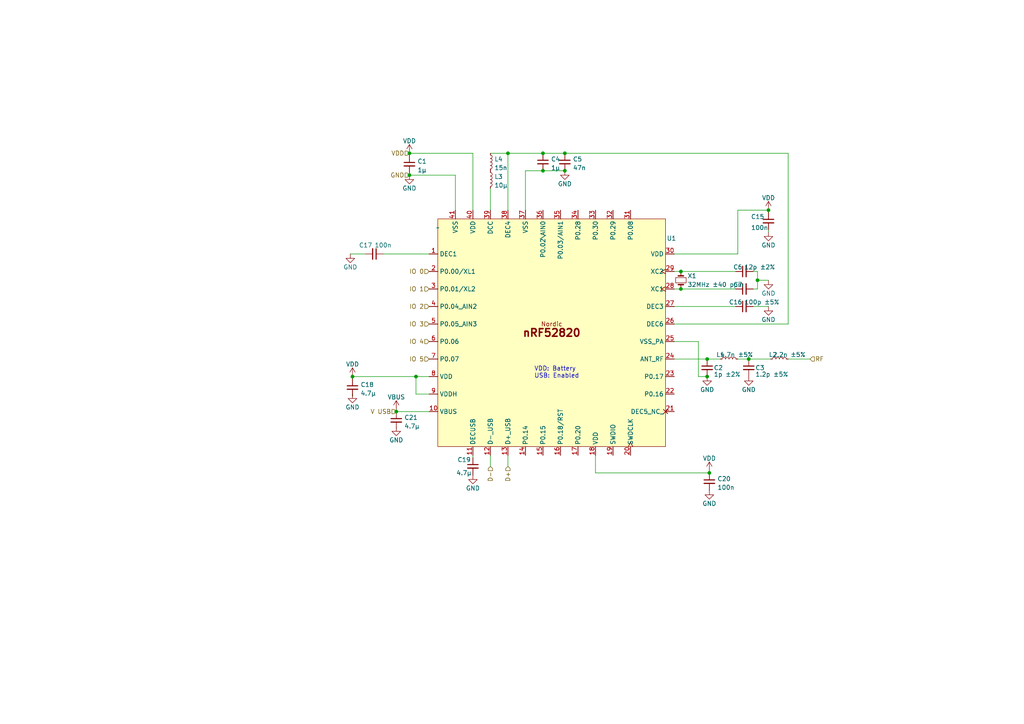
<source format=kicad_sch>
(kicad_sch (version 20230121) (generator eeschema)
  (paper "A4")
  (lib_symbols
    (symbol "Device:C_Small" (pin_numbers hide) (pin_names (offset 0.254) hide)
      (property "Reference" "C" (at 0.254 1.778 0))
      (property "Value" "C_Small" (at 0.254 -2.032 0))
      (symbol "C_Small_0_1"
        (polyline (pts (xy -1.524 -0.508) (xy 1.524 -0.508)) (stroke (width 0.3302)))
        (polyline (pts (xy -1.524 0.508) (xy 1.524 0.508)) (stroke (width 0.3048)))
      )
      (symbol "C_Small_1_1"
        (pin passive line (at 0 2.54 270) (length 2.032) (name "~") (number "1"))
        (pin passive line (at 0 -2.54 90) (length 2.032) (name "~") (number "2"))
      )
    )
    (symbol "Device:Crystal_Small" (pin_numbers hide) (pin_names (offset 1.016) hide)
      (property "Reference" "Y" (at 0 2.54 0))
      (property "Value" "Crystal_Small" (at 0 -2.54 0))
      (symbol "Crystal_Small_0_1"
        (rectangle (start -0.762 -1.524) (end 0.762 1.524))
        (polyline (pts (xy -1.27 -0.762) (xy -1.27 0.762)) (stroke (width 0.381)))
        (polyline (pts (xy 1.27 -0.762) (xy 1.27 0.762)) (stroke (width 0.381)))
      )
      (symbol "Crystal_Small_1_1"
        (pin passive line (at -2.54 0 0) (length 1.27) (name "1") (number "1"))
        (pin passive line (at 2.54 0 180) (length 1.27) (name "2") (number "2"))
      )
    )
    (symbol "Device:L_Small" (pin_numbers hide) (pin_names (offset 0.254) hide)
      (property "Reference" "L" (at 0.762 1.016 0))
      (property "Value" "L_Small" (at 0.762 -1.016 0))
      (symbol "L_Small_0_1"
        (arc (start 0 -2.032) (mid 0.5058 -1.524) (end 0 -1.016))
        (arc (start 0 -1.016) (mid 0.5058 -0.508) (end 0 0))
        (arc (start 0 0) (mid 0.5058 0.508) (end 0 1.016))
        (arc (start 0 1.016) (mid 0.5058 1.524) (end 0 2.032))
      )
      (symbol "L_Small_1_1"
        (pin passive line (at 0 2.54 270) (length 0.508) (name "~") (number "1"))
        (pin passive line (at 0 -2.54 90) (length 0.508) (name "~") (number "2"))
      )
    )
    (symbol "NRF:nRF52820"
      (property "Reference" "U" (at 67.945 -65.405 0))
      (symbol "nRF52820_1_1"
        (rectangle (start 0 0) (end 66.04 -66.04) (fill (type background)))
        (text "Nordic" (at 33.02 -30.48 0) (effects (font (size 1.27 1.27))))
        (text "nRF52820" (at 33.02 -33.02 0) (effects (font (size 2.2 2.2) bold)))
        (pin power_out line (at -2.54 -10.16 0) (length 2.54) (name "DEC1") (number "1"))
        (pin power_in line (at -2.54 -55.88 0) (length 2.54) (name "VBUS") (number "10"))
        (pin power_out line (at 10.16 -68.58 90) (length 2.54) (name "DECUSB") (number "11"))
        (pin bidirectional line (at 15.24 -68.58 90) (length 2.54) (name "D-_USB") (number "12"))
        (pin bidirectional line (at 20.32 -68.58 90) (length 2.54) (name "D+_USB") (number "13"))
        (pin bidirectional line (at 25.4 -68.58 90) (length 2.54) (name "P0.14") (number "14"))
        (pin bidirectional line (at 30.48 -68.58 90) (length 2.54) (name "P0.15") (number "15"))
        (pin bidirectional line (at 35.56 -68.58 90) (length 2.54) (name "P0.18/RST") (number "16"))
        (pin bidirectional line (at 40.64 -68.58 90) (length 2.54) (name "P0.20") (number "17"))
        (pin power_out line (at 45.72 -68.58 90) (length 2.54) (name "VDD") (number "18"))
        (pin bidirectional line (at 50.8 -68.58 90) (length 2.54) (name "SWDIO") (number "19"))
        (pin bidirectional line (at -2.54 -15.24 0) (length 2.54) (name "P0.00/XL1") (number "2"))
        (pin bidirectional clock (at 55.88 -68.58 90) (length 2.54) (name "SWDCLK") (number "20"))
        (pin power_out non_logic (at 68.58 -55.88 180) (length 2.54) (name "DEC5_NC_") (number "21"))
        (pin bidirectional line (at 68.58 -50.8 180) (length 2.54) (name "P0.16") (number "22"))
        (pin bidirectional line (at 68.58 -45.72 180) (length 2.54) (name "P0.17") (number "23"))
        (pin bidirectional line (at 68.58 -40.64 180) (length 2.54) (name "ANT_RF") (number "24"))
        (pin bidirectional line (at 68.58 -35.56 180) (length 2.54) (name "VSS_PA") (number "25"))
        (pin bidirectional line (at 68.58 -30.48 180) (length 2.54) (name "DEC6") (number "26"))
        (pin bidirectional line (at 68.58 -25.4 180) (length 2.54) (name "DEC3") (number "27"))
        (pin power_out clock (at 68.58 -20.32 180) (length 2.54) (name "XC1") (number "28"))
        (pin bidirectional clock (at 68.58 -15.24 180) (length 2.54) (name "XC2") (number "29"))
        (pin bidirectional line (at -2.54 -20.32 0) (length 2.54) (name "P0.01/XL2") (number "3"))
        (pin power_out line (at 68.58 -10.16 180) (length 2.54) (name "VDD") (number "30"))
        (pin bidirectional line (at 55.88 2.54 270) (length 2.54) (name "P0.08") (number "31"))
        (pin bidirectional line (at 50.8 2.54 270) (length 2.54) (name "P0.29") (number "32"))
        (pin bidirectional line (at 45.72 2.54 270) (length 2.54) (name "P0.30") (number "33"))
        (pin bidirectional line (at 40.64 2.54 270) (length 2.54) (name "P0.28") (number "34"))
        (pin bidirectional line (at 35.56 2.54 270) (length 2.54) (name "P0.03/AIN1") (number "35"))
        (pin bidirectional line (at 30.48 2.54 270) (length 2.54) (name "P0.02\\AIN0") (number "36"))
        (pin bidirectional line (at 25.4 2.54 270) (length 2.54) (name "VSS") (number "37"))
        (pin bidirectional line (at 20.32 2.54 270) (length 2.54) (name "DEC4") (number "38"))
        (pin bidirectional line (at 15.24 2.54 270) (length 2.54) (name "DCC") (number "39"))
        (pin bidirectional line (at -2.54 -25.4 0) (length 2.54) (name "P0.04_AIN2") (number "4"))
        (pin power_out line (at 10.16 2.54 270) (length 2.54) (name "VDD") (number "40"))
        (pin bidirectional line (at 5.08 2.54 270) (length 2.54) (name "VSS") (number "41"))
        (pin bidirectional line (at -2.54 -30.48 0) (length 2.54) (name "P0.05_AIN3") (number "5"))
        (pin bidirectional line (at -2.54 -35.56 0) (length 2.54) (name "P0.06") (number "6"))
        (pin bidirectional line (at -2.54 -40.64 0) (length 2.54) (name "P0.07") (number "7"))
        (pin power_out line (at -2.54 -45.72 0) (length 2.54) (name "VDD") (number "8"))
        (pin power_out line (at -2.54 -50.8 0) (length 2.54) (name "VDDH") (number "9"))
      )
    )
    (symbol "power:GND" (power) (pin_names (offset 0))
      (property "Value" "GND" (at 0 -3.81 0))
      (symbol "GND_0_1"
        (polyline (pts (xy 0 0) (xy 0 -1.27) (xy 1.27 -1.27) (xy 0 -2.54) (xy -1.27 -1.27) (xy 0 -1.27)))
      )
      (symbol "GND_1_1"
        (pin power_in line (at 0 0 270) (length 0) hide (name "GND") (number "1"))
      )
    )
    (symbol "power:VBUS" (power) (pin_names (offset 0))
      (property "Value" "VBUS" (at 0 3.81 0))
      (symbol "VBUS_0_1"
        (polyline (pts (xy -0.762 1.27) (xy 0 2.54)))
        (polyline (pts (xy 0 0) (xy 0 2.54)))
        (polyline (pts (xy 0 2.54) (xy 0.762 1.27)))
      )
      (symbol "VBUS_1_1"
        (pin power_in line (at 0 0 90) (length 0) hide (name "VBUS") (number "1"))
      )
    )
    (symbol "power:VDD" (power) (pin_names (offset 0))
      (property "Value" "VDD" (at 0 3.81 0))
      (symbol "VDD_0_1"
        (polyline (pts (xy -0.762 1.27) (xy 0 2.54)))
        (polyline (pts (xy 0 0) (xy 0 2.54)))
        (polyline (pts (xy 0 2.54) (xy 0.762 1.27)))
      )
      (symbol "VDD_1_1"
        (pin power_in line (at 0 0 90) (length 0) hide (name "VDD") (number "1"))
      )
    )
  )
  (junction (at 157.48 49.53))
  (junction (at 217.17 104.14))
  (junction (at 114.935 119.38))
  (junction (at 102.235 109.22))
  (junction (at 205.74 137.16))
  (junction (at 205.105 104.14))
  (junction (at 157.48 44.45))
  (junction (at 118.745 44.45))
  (junction (at 219.71 81.28))
  (junction (at 147.32 44.45))
  (junction (at 205.105 109.22))
  (junction (at 120.65 109.22))
  (junction (at 197.485 83.82))
  (junction (at 118.745 50.8))
  (junction (at 197.485 78.74))
  (junction (at 163.83 44.45))
  (junction (at 163.83 49.53))
  (junction (at 222.885 60.96))
  (wire (pts (xy 118.745 44.45) (xy 137.16 44.45)))
  (wire (pts (xy 205.74 137.16) (xy 205.74 136.525)))
  (wire (pts (xy 219.71 78.74) (xy 219.71 81.28)))
  (wire (pts (xy 124.46 73.66) (xy 111.125 73.66)))
  (wire (pts (xy 118.745 50.165) (xy 118.745 50.8)))
  (wire (pts (xy 228.6 104.14) (xy 234.95 104.14)))
  (wire (pts (xy 142.24 132.08) (xy 142.24 135.255)))
  (wire (pts (xy 217.17 104.14) (xy 223.52 104.14)))
  (wire (pts (xy 202.565 109.22) (xy 205.105 109.22)))
  (wire (pts (xy 102.235 109.855) (xy 102.235 109.22)))
  (wire (pts (xy 217.17 104.14) (xy 213.995 104.14)))
  (wire (pts (xy 222.885 61.595) (xy 222.885 60.96)))
  (wire (pts (xy 172.72 137.16) (xy 172.72 132.08)))
  (wire (pts (xy 147.32 132.08) (xy 147.32 135.255)))
  (wire (pts (xy 102.235 114.935) (xy 102.235 114.3)))
  (wire (pts (xy 222.885 66.675) (xy 222.885 67.31)))
  (wire (pts (xy 202.565 99.06) (xy 202.565 109.22)))
  (wire (pts (xy 142.24 54.61) (xy 142.24 60.96)))
  (wire (pts (xy 213.995 73.66) (xy 213.995 60.96)))
  (wire (pts (xy 132.08 60.96) (xy 132.08 50.8)))
  (wire (pts (xy 205.105 104.14) (xy 208.915 104.14)))
  (wire (pts (xy 142.24 44.45) (xy 147.32 44.45)))
  (wire (pts (xy 147.32 60.96) (xy 147.32 44.45)))
  (wire (pts (xy 218.44 88.9) (xy 222.885 88.9)))
  (wire (pts (xy 228.6 93.98) (xy 195.58 93.98)))
  (wire (pts (xy 132.08 50.8) (xy 118.745 50.8)))
  (wire (pts (xy 197.485 78.74) (xy 213.36 78.74)))
  (wire (pts (xy 219.71 81.28) (xy 222.885 81.28)))
  (wire (pts (xy 195.58 83.82) (xy 197.485 83.82)))
  (wire (pts (xy 152.4 49.53) (xy 157.48 49.53)))
  (wire (pts (xy 114.935 124.46) (xy 114.935 123.825)))
  (wire (pts (xy 137.16 44.45) (xy 137.16 60.96)))
  (wire (pts (xy 120.65 114.3) (xy 120.65 109.22)))
  (wire (pts (xy 152.4 60.96) (xy 152.4 49.53)))
  (wire (pts (xy 163.83 44.45) (xy 228.6 44.45)))
  (wire (pts (xy 219.71 81.28) (xy 219.71 83.82)))
  (wire (pts (xy 157.48 49.53) (xy 163.83 49.53)))
  (wire (pts (xy 219.71 78.74) (xy 218.44 78.74)))
  (wire (pts (xy 195.58 78.74) (xy 197.485 78.74)))
  (wire (pts (xy 195.58 88.9) (xy 213.36 88.9)))
  (wire (pts (xy 218.44 83.82) (xy 219.71 83.82)))
  (wire (pts (xy 118.745 45.085) (xy 118.745 44.45)))
  (wire (pts (xy 137.16 132.715) (xy 137.16 132.08)))
  (wire (pts (xy 147.32 44.45) (xy 157.48 44.45)))
  (wire (pts (xy 228.6 44.45) (xy 228.6 93.98)))
  (wire (pts (xy 124.46 114.3) (xy 120.65 114.3)))
  (wire (pts (xy 195.58 99.06) (xy 202.565 99.06)))
  (wire (pts (xy 213.995 60.96) (xy 222.885 60.96)))
  (wire (pts (xy 120.65 109.22) (xy 124.46 109.22)))
  (wire (pts (xy 172.72 137.16) (xy 205.74 137.16)))
  (wire (pts (xy 114.935 119.38) (xy 114.935 118.745)))
  (wire (pts (xy 106.045 73.66) (xy 101.6 73.66)))
  (wire (pts (xy 195.58 73.66) (xy 213.995 73.66)))
  (wire (pts (xy 102.235 109.22) (xy 120.65 109.22)))
  (wire (pts (xy 157.48 44.45) (xy 163.83 44.45)))
  (wire (pts (xy 114.935 119.38) (xy 124.46 119.38)))
  (wire (pts (xy 197.485 83.82) (xy 213.36 83.82)))
  (wire (pts (xy 195.58 104.14) (xy 205.105 104.14)))
  (text "VDD: Battery\nUSB: Enabled\n" (at 154.94 109.855 0) (effects (font (size 1.27 1.27)) (justify left bottom)))
  (hierarchical_label "RF" (shape input) (at 234.95 104.14 0))
  (hierarchical_label "IO 5" (shape input) (at 124.46 104.14 180))
  (hierarchical_label "D+" (shape input) (at 147.32 135.255 270))
  (hierarchical_label "GND" (shape input) (at 118.745 50.8 180))
  (hierarchical_label "V USB" (shape input) (at 114.935 119.38 180))
  (hierarchical_label "IO 2" (shape input) (at 124.46 88.9 180))
  (hierarchical_label "IO 1" (shape input) (at 124.46 83.82 180))
  (hierarchical_label "VDD" (shape input) (at 118.745 44.45 180))
  (hierarchical_label "D-" (shape input) (at 142.24 135.255 270))
  (hierarchical_label "IO 0" (shape input) (at 124.46 78.74 180))
  (hierarchical_label "IO 4" (shape input) (at 124.46 99.06 180))
  (hierarchical_label "IO 3" (shape input) (at 124.46 93.98 180))
  (symbol (lib_id "power:GND") (at 222.885 67.31 0) (unit 1)
    (property "Reference" "#PWR013" (effects hide))
    (property "Value" "GND" (at 222.885 71.12 0))
  )
  (symbol (lib_id "Device:L_Small") (at 142.24 46.99 0) (unit 1)
    (property "Reference" "L4" (at 143.3808 46.1652 0) (effects (justify left)))
    (property "Value" "15n" (at 143.3808 48.6704 0) (effects (justify left)))
  )
  (symbol (lib_id "Device:C_Small") (at 215.9 88.9 90) (unit 1)
    (property "Reference" "C16" (at 213.36 87.63 90))
    (property "Value" "100p ±5%" (at 220.98 87.63 90))
  )
  (symbol (lib_id "power:GND") (at 222.885 81.28 0) (unit 1)
    (property "Reference" "#PWR011" (effects hide))
    (property "Value" "GND" (at 222.885 85.09 0))
  )
  (symbol (lib_id "power:VBUS") (at 114.935 118.745 0) (unit 1)
    (property "Reference" "#PWR021" (effects hide))
    (property "Value" "VBUS" (at 114.935 115.173 0))
  )
  (symbol (lib_id "Device:C_Small") (at 215.9 78.74 90) (unit 1)
    (property "Reference" "C6" (at 213.995 77.47 90))
    (property "Value" "12p ±2%" (at 220.345 77.47 90))
  )
  (symbol (lib_id "power:GND") (at 163.83 49.53 0) (unit 1)
    (property "Reference" "#PWR010" (effects hide))
    (property "Value" "GND" (at 163.83 53.34 0))
  )
  (symbol (lib_id "NRF:nRF52820") (at 127 63.5 0) (unit 1)
    (property "Reference" "U1" (at 194.7643 69.132 0))
    (property "Value" "~" (at 127 66.04 0))
  )
  (symbol (lib_id "power:VDD") (at 222.885 60.96 0) (unit 1)
    (property "Reference" "#PWR012" (effects hide))
    (property "Value" "VDD" (at 222.885 57.388 0))
  )
  (symbol (lib_id "Device:L_Small") (at 142.24 52.07 0) (unit 1)
    (property "Reference" "L3" (at 143.3808 51.2452 0) (effects (justify left)))
    (property "Value" "10µ" (at 143.3808 53.7504 0) (effects (justify left)))
  )
  (symbol (lib_id "Device:C_Small") (at 118.745 47.625 0) (unit 1)
    (property "Reference" "C1" (at 121.0691 46.8065 0) (effects (justify left)))
    (property "Value" "1µ" (at 121.0691 49.3117 0) (effects (justify left)))
  )
  (symbol (lib_id "Device:C_Small") (at 205.74 139.7 0) (unit 1)
    (property "Reference" "C20" (at 208.0641 138.8815 0) (effects (justify left)))
    (property "Value" "100n" (at 208.0641 141.3867 0) (effects (justify left)))
  )
  (symbol (lib_id "power:GND") (at 102.235 114.3 0) (unit 1)
    (property "Reference" "#PWR017" (effects hide))
    (property "Value" "GND" (at 102.235 118.11 0))
  )
  (symbol (lib_id "Device:L_Small") (at 211.455 104.14 90) (unit 1)
    (property "Reference" "L1" (at 210.185 102.87 90) (effects (justify left)))
    (property "Value" "4.7n ±5%" (at 218.44 102.87 90) (effects (justify left)))
  )
  (symbol (lib_id "power:VDD") (at 118.745 44.45 0) (unit 1)
    (property "Reference" "#PWR07" (effects hide))
    (property "Value" "VDD" (at 118.745 40.878 0))
  )
  (symbol (lib_id "Device:C_Small") (at 114.935 121.92 0) (unit 1)
    (property "Reference" "C21" (at 117.2591 121.1015 0) (effects (justify left)))
    (property "Value" "4.7µ" (at 117.2591 123.6067 0) (effects (justify left)))
  )
  (symbol (lib_id "power:GND") (at 101.6 73.66 0) (unit 1)
    (property "Reference" "#PWR015" (effects hide))
    (property "Value" "GND" (at 101.6 77.47 0))
  )
  (symbol (lib_id "Device:C_Small") (at 157.48 46.99 0) (unit 1)
    (property "Reference" "C4" (at 159.8041 46.1715 0) (effects (justify left)))
    (property "Value" "1µ" (at 159.8041 48.6767 0) (effects (justify left)))
  )
  (symbol (lib_id "Device:C_Small") (at 222.885 64.135 0) (unit 1)
    (property "Reference" "C15" (at 217.805 62.865 0) (effects (justify left)))
    (property "Value" "100n" (at 217.805 66.04 0) (effects (justify left)))
  )
  (symbol (lib_id "power:GND") (at 205.74 142.24 0) (unit 1)
    (property "Reference" "#PWR020" (effects hide))
    (property "Value" "GND" (at 205.74 146.05 0))
  )
  (symbol (lib_id "power:VDD") (at 205.74 136.525 0) (unit 1)
    (property "Reference" "#PWR019" (effects hide))
    (property "Value" "VDD" (at 205.74 132.953 0))
  )
  (symbol (lib_id "Device:C_Small") (at 215.9 83.82 90) (unit 1)
    (property "Reference" "C7" (at 213.995 82.55 90))
    (property "Value" "12p ±2%" (effects hide))
  )
  (symbol (lib_id "Device:L_Small") (at 226.06 104.14 90) (unit 1)
    (property "Reference" "L2" (at 225.425 102.87 90) (effects (justify left)))
    (property "Value" "2.2n ±5%" (at 233.68 102.87 90) (effects (justify left)))
  )
  (symbol (lib_id "Device:C_Small") (at 217.17 106.68 0) (unit 1)
    (property "Reference" "C3" (at 219.075 106.68 0) (effects (justify left)))
    (property "Value" "1.2p ±5%" (at 219.075 108.585 0) (effects (justify left)))
  )
  (symbol (lib_id "Device:Crystal_Small") (at 197.485 81.28 90) (unit 1)
    (property "Reference" "X1" (at 199.39 80.01 90) (effects (justify right)))
    (property "Value" "32MHz ±40 ppm" (at 199.39 82.55 90) (effects (justify right)))
  )
  (symbol (lib_id "Device:C_Small") (at 108.585 73.66 270) (unit 1)
    (property "Reference" "C17" (at 106.045 71.12 90))
    (property "Value" "100n" (at 111.125 71.12 90))
  )
  (symbol (lib_id "Device:C_Small") (at 137.16 135.255 0) (unit 1)
    (property "Reference" "C19" (at 134.62 133.35 0))
    (property "Value" "4.7µ" (at 134.62 137.16 0))
  )
  (symbol (lib_id "power:GND") (at 118.745 50.8 0) (unit 1)
    (property "Reference" "#PWR06" (effects hide))
    (property "Value" "GND" (at 118.745 54.61 0))
  )
  (symbol (lib_id "Device:C_Small") (at 205.105 106.68 0) (unit 1)
    (property "Reference" "C2" (at 207.01 106.68 0) (effects (justify left)))
    (property "Value" "1p ±2%" (at 207.01 108.585 0) (effects (justify left)))
  )
  (symbol (lib_id "power:GND") (at 217.17 109.22 0) (unit 1)
    (property "Reference" "#PWR09" (effects hide))
    (property "Value" "GND" (at 217.17 113.03 0))
  )
  (symbol (lib_id "Device:C_Small") (at 102.235 112.395 0) (unit 1)
    (property "Reference" "C18" (at 104.5591 111.5765 0) (effects (justify left)))
    (property "Value" "4.7µ" (at 104.5591 114.0817 0) (effects (justify left)))
  )
  (symbol (lib_id "power:GND") (at 114.935 123.825 0) (unit 1)
    (property "Reference" "#PWR022" (effects hide))
    (property "Value" "GND" (at 114.935 127.635 0))
  )
  (symbol (lib_id "power:VDD") (at 102.235 109.22 0) (unit 1)
    (property "Reference" "#PWR016" (effects hide))
    (property "Value" "VDD" (at 102.235 105.648 0))
  )
  (symbol (lib_id "power:GND") (at 205.105 109.22 0) (unit 1)
    (property "Reference" "#PWR08" (effects hide))
    (property "Value" "GND" (at 205.105 113.03 0))
  )
  (symbol (lib_id "power:GND") (at 222.885 88.9 0) (unit 1)
    (property "Reference" "#PWR014" (effects hide))
    (property "Value" "GND" (at 222.885 92.71 0))
  )
  (symbol (lib_id "power:GND") (at 137.16 137.795 0) (unit 1)
    (property "Reference" "#PWR018" (effects hide))
    (property "Value" "GND" (at 137.16 141.605 0))
  )
  (symbol (lib_id "Device:C_Small") (at 163.83 46.99 0) (unit 1)
    (property "Reference" "C5" (at 166.1541 46.1715 0) (effects (justify left)))
    (property "Value" "47n" (at 166.1541 48.6767 0) (effects (justify left)))
  )
)
</source>
